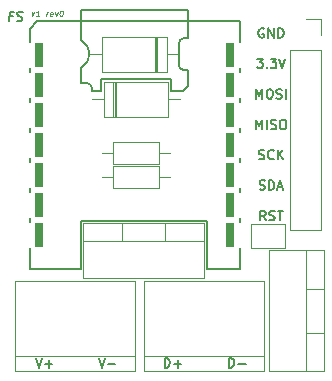
<source format=gbr>
%TF.GenerationSoftware,KiCad,Pcbnew,(6.0.7)*%
%TF.CreationDate,2023-04-07T13:33:32+02:00*%
%TF.ProjectId,RFID_PCB_Final,52464944-5f50-4434-925f-46696e616c2e,rev?*%
%TF.SameCoordinates,Original*%
%TF.FileFunction,Legend,Top*%
%TF.FilePolarity,Positive*%
%FSLAX46Y46*%
G04 Gerber Fmt 4.6, Leading zero omitted, Abs format (unit mm)*
G04 Created by KiCad (PCBNEW (6.0.7)) date 2023-04-07 13:33:32*
%MOMM*%
%LPD*%
G01*
G04 APERTURE LIST*
G04 Aperture macros list*
%AMRoundRect*
0 Rectangle with rounded corners*
0 $1 Rounding radius*
0 $2 $3 $4 $5 $6 $7 $8 $9 X,Y pos of 4 corners*
0 Add a 4 corners polygon primitive as box body*
4,1,4,$2,$3,$4,$5,$6,$7,$8,$9,$2,$3,0*
0 Add four circle primitives for the rounded corners*
1,1,$1+$1,$2,$3*
1,1,$1+$1,$4,$5*
1,1,$1+$1,$6,$7*
1,1,$1+$1,$8,$9*
0 Add four rect primitives between the rounded corners*
20,1,$1+$1,$2,$3,$4,$5,0*
20,1,$1+$1,$4,$5,$6,$7,0*
20,1,$1+$1,$6,$7,$8,$9,0*
20,1,$1+$1,$8,$9,$2,$3,0*%
G04 Aperture macros list end*
%ADD10C,0.150000*%
%ADD11C,0.125000*%
%ADD12C,0.120000*%
%ADD13C,0.127000*%
%ADD14R,3.000000X3.000000*%
%ADD15C,3.000000*%
%ADD16R,1.905000X2.000000*%
%ADD17O,1.905000X2.000000*%
%ADD18R,2.200000X2.200000*%
%ADD19O,2.200000X2.200000*%
%ADD20R,2.000000X1.905000*%
%ADD21O,2.000000X1.905000*%
%ADD22R,1.000000X1.500000*%
%ADD23C,1.400000*%
%ADD24O,1.400000X1.400000*%
%ADD25RoundRect,1.000000X-0.375000X0.000000X0.375000X0.000000X0.375000X0.000000X-0.375000X0.000000X0*%
%ADD26R,1.700000X1.700000*%
%ADD27O,1.700000X1.700000*%
G04 APERTURE END LIST*
D10*
X76544976Y-88080857D02*
X76278309Y-88080857D01*
X76225928Y-88499904D02*
X76325928Y-87699904D01*
X76706880Y-87699904D01*
X76878309Y-88461809D02*
X76987833Y-88499904D01*
X77178309Y-88499904D01*
X77259261Y-88461809D01*
X77302119Y-88423714D01*
X77349738Y-88347523D01*
X77359261Y-88271333D01*
X77330690Y-88195142D01*
X77297357Y-88157047D01*
X77225928Y-88118952D01*
X77078309Y-88080857D01*
X77006880Y-88042761D01*
X76973547Y-88004666D01*
X76944976Y-87928476D01*
X76954500Y-87852285D01*
X77002119Y-87776095D01*
X77044976Y-87738000D01*
X77125928Y-87699904D01*
X77316404Y-87699904D01*
X77425928Y-87738000D01*
X78486428Y-117036904D02*
X78753095Y-117836904D01*
X79019761Y-117036904D01*
X79286428Y-117532142D02*
X79895952Y-117532142D01*
X79591190Y-117836904D02*
X79591190Y-117227380D01*
X83819761Y-117036904D02*
X84086428Y-117836904D01*
X84353095Y-117036904D01*
X84619761Y-117532142D02*
X85229285Y-117532142D01*
X97815476Y-89154000D02*
X97739285Y-89115904D01*
X97625000Y-89115904D01*
X97510714Y-89154000D01*
X97434523Y-89230190D01*
X97396428Y-89306380D01*
X97358333Y-89458761D01*
X97358333Y-89573047D01*
X97396428Y-89725428D01*
X97434523Y-89801619D01*
X97510714Y-89877809D01*
X97625000Y-89915904D01*
X97701190Y-89915904D01*
X97815476Y-89877809D01*
X97853571Y-89839714D01*
X97853571Y-89573047D01*
X97701190Y-89573047D01*
X98196428Y-89915904D02*
X98196428Y-89115904D01*
X98653571Y-89915904D01*
X98653571Y-89115904D01*
X99034523Y-89915904D02*
X99034523Y-89115904D01*
X99225000Y-89115904D01*
X99339285Y-89154000D01*
X99415476Y-89230190D01*
X99453571Y-89306380D01*
X99491666Y-89458761D01*
X99491666Y-89573047D01*
X99453571Y-89725428D01*
X99415476Y-89801619D01*
X99339285Y-89877809D01*
X99225000Y-89915904D01*
X99034523Y-89915904D01*
X97244047Y-91691904D02*
X97739285Y-91691904D01*
X97472619Y-91996666D01*
X97586904Y-91996666D01*
X97663095Y-92034761D01*
X97701190Y-92072857D01*
X97739285Y-92149047D01*
X97739285Y-92339523D01*
X97701190Y-92415714D01*
X97663095Y-92453809D01*
X97586904Y-92491904D01*
X97358333Y-92491904D01*
X97282142Y-92453809D01*
X97244047Y-92415714D01*
X98082142Y-92415714D02*
X98120238Y-92453809D01*
X98082142Y-92491904D01*
X98044047Y-92453809D01*
X98082142Y-92415714D01*
X98082142Y-92491904D01*
X98386904Y-91691904D02*
X98882142Y-91691904D01*
X98615476Y-91996666D01*
X98729761Y-91996666D01*
X98805952Y-92034761D01*
X98844047Y-92072857D01*
X98882142Y-92149047D01*
X98882142Y-92339523D01*
X98844047Y-92415714D01*
X98805952Y-92453809D01*
X98729761Y-92491904D01*
X98501190Y-92491904D01*
X98425000Y-92453809D01*
X98386904Y-92415714D01*
X99110714Y-91691904D02*
X99377380Y-92491904D01*
X99644047Y-91691904D01*
X97167857Y-95067904D02*
X97167857Y-94267904D01*
X97434523Y-94839333D01*
X97701190Y-94267904D01*
X97701190Y-95067904D01*
X98234523Y-94267904D02*
X98386904Y-94267904D01*
X98463095Y-94306000D01*
X98539285Y-94382190D01*
X98577380Y-94534571D01*
X98577380Y-94801238D01*
X98539285Y-94953619D01*
X98463095Y-95029809D01*
X98386904Y-95067904D01*
X98234523Y-95067904D01*
X98158333Y-95029809D01*
X98082142Y-94953619D01*
X98044047Y-94801238D01*
X98044047Y-94534571D01*
X98082142Y-94382190D01*
X98158333Y-94306000D01*
X98234523Y-94267904D01*
X98882142Y-95029809D02*
X98996428Y-95067904D01*
X99186904Y-95067904D01*
X99263095Y-95029809D01*
X99301190Y-94991714D01*
X99339285Y-94915523D01*
X99339285Y-94839333D01*
X99301190Y-94763142D01*
X99263095Y-94725047D01*
X99186904Y-94686952D01*
X99034523Y-94648857D01*
X98958333Y-94610761D01*
X98920238Y-94572666D01*
X98882142Y-94496476D01*
X98882142Y-94420285D01*
X98920238Y-94344095D01*
X98958333Y-94306000D01*
X99034523Y-94267904D01*
X99225000Y-94267904D01*
X99339285Y-94306000D01*
X99682142Y-95067904D02*
X99682142Y-94267904D01*
X97167857Y-97643904D02*
X97167857Y-96843904D01*
X97434523Y-97415333D01*
X97701190Y-96843904D01*
X97701190Y-97643904D01*
X98082142Y-97643904D02*
X98082142Y-96843904D01*
X98425000Y-97605809D02*
X98539285Y-97643904D01*
X98729761Y-97643904D01*
X98805952Y-97605809D01*
X98844047Y-97567714D01*
X98882142Y-97491523D01*
X98882142Y-97415333D01*
X98844047Y-97339142D01*
X98805952Y-97301047D01*
X98729761Y-97262952D01*
X98577380Y-97224857D01*
X98501190Y-97186761D01*
X98463095Y-97148666D01*
X98425000Y-97072476D01*
X98425000Y-96996285D01*
X98463095Y-96920095D01*
X98501190Y-96882000D01*
X98577380Y-96843904D01*
X98767857Y-96843904D01*
X98882142Y-96882000D01*
X99377380Y-96843904D02*
X99529761Y-96843904D01*
X99605952Y-96882000D01*
X99682142Y-96958190D01*
X99720238Y-97110571D01*
X99720238Y-97377238D01*
X99682142Y-97529619D01*
X99605952Y-97605809D01*
X99529761Y-97643904D01*
X99377380Y-97643904D01*
X99301190Y-97605809D01*
X99225000Y-97529619D01*
X99186904Y-97377238D01*
X99186904Y-97110571D01*
X99225000Y-96958190D01*
X99301190Y-96882000D01*
X99377380Y-96843904D01*
X97396428Y-100181809D02*
X97510714Y-100219904D01*
X97701190Y-100219904D01*
X97777380Y-100181809D01*
X97815476Y-100143714D01*
X97853571Y-100067523D01*
X97853571Y-99991333D01*
X97815476Y-99915142D01*
X97777380Y-99877047D01*
X97701190Y-99838952D01*
X97548809Y-99800857D01*
X97472619Y-99762761D01*
X97434523Y-99724666D01*
X97396428Y-99648476D01*
X97396428Y-99572285D01*
X97434523Y-99496095D01*
X97472619Y-99458000D01*
X97548809Y-99419904D01*
X97739285Y-99419904D01*
X97853571Y-99458000D01*
X98653571Y-100143714D02*
X98615476Y-100181809D01*
X98501190Y-100219904D01*
X98425000Y-100219904D01*
X98310714Y-100181809D01*
X98234523Y-100105619D01*
X98196428Y-100029428D01*
X98158333Y-99877047D01*
X98158333Y-99762761D01*
X98196428Y-99610380D01*
X98234523Y-99534190D01*
X98310714Y-99458000D01*
X98425000Y-99419904D01*
X98501190Y-99419904D01*
X98615476Y-99458000D01*
X98653571Y-99496095D01*
X98996428Y-100219904D02*
X98996428Y-99419904D01*
X99453571Y-100219904D02*
X99110714Y-99762761D01*
X99453571Y-99419904D02*
X98996428Y-99877047D01*
X97453571Y-102757809D02*
X97567857Y-102795904D01*
X97758333Y-102795904D01*
X97834523Y-102757809D01*
X97872619Y-102719714D01*
X97910714Y-102643523D01*
X97910714Y-102567333D01*
X97872619Y-102491142D01*
X97834523Y-102453047D01*
X97758333Y-102414952D01*
X97605952Y-102376857D01*
X97529761Y-102338761D01*
X97491666Y-102300666D01*
X97453571Y-102224476D01*
X97453571Y-102148285D01*
X97491666Y-102072095D01*
X97529761Y-102034000D01*
X97605952Y-101995904D01*
X97796428Y-101995904D01*
X97910714Y-102034000D01*
X98253571Y-102795904D02*
X98253571Y-101995904D01*
X98444047Y-101995904D01*
X98558333Y-102034000D01*
X98634523Y-102110190D01*
X98672619Y-102186380D01*
X98710714Y-102338761D01*
X98710714Y-102453047D01*
X98672619Y-102605428D01*
X98634523Y-102681619D01*
X98558333Y-102757809D01*
X98444047Y-102795904D01*
X98253571Y-102795904D01*
X99015476Y-102567333D02*
X99396428Y-102567333D01*
X98939285Y-102795904D02*
X99205952Y-101995904D01*
X99472619Y-102795904D01*
X97986904Y-105371904D02*
X97720238Y-104990952D01*
X97529761Y-105371904D02*
X97529761Y-104571904D01*
X97834523Y-104571904D01*
X97910714Y-104610000D01*
X97948809Y-104648095D01*
X97986904Y-104724285D01*
X97986904Y-104838571D01*
X97948809Y-104914761D01*
X97910714Y-104952857D01*
X97834523Y-104990952D01*
X97529761Y-104990952D01*
X98291666Y-105333809D02*
X98405952Y-105371904D01*
X98596428Y-105371904D01*
X98672619Y-105333809D01*
X98710714Y-105295714D01*
X98748809Y-105219523D01*
X98748809Y-105143333D01*
X98710714Y-105067142D01*
X98672619Y-105029047D01*
X98596428Y-104990952D01*
X98444047Y-104952857D01*
X98367857Y-104914761D01*
X98329761Y-104876666D01*
X98291666Y-104800476D01*
X98291666Y-104724285D01*
X98329761Y-104648095D01*
X98367857Y-104610000D01*
X98444047Y-104571904D01*
X98634523Y-104571904D01*
X98748809Y-104610000D01*
X98977380Y-104571904D02*
X99434523Y-104571904D01*
X99205952Y-105371904D02*
X99205952Y-104571904D01*
D11*
X78151092Y-87776857D02*
X78228473Y-88110190D01*
X78389187Y-87776857D01*
X78799901Y-88110190D02*
X78514187Y-88110190D01*
X78657044Y-88110190D02*
X78719544Y-87610190D01*
X78662997Y-87681619D01*
X78609425Y-87729238D01*
X78558830Y-87753047D01*
X79395139Y-88110190D02*
X79436806Y-87776857D01*
X79424901Y-87872095D02*
X79454663Y-87824476D01*
X79481449Y-87800666D01*
X79532044Y-87776857D01*
X79579663Y-87776857D01*
X79898116Y-88086380D02*
X79847520Y-88110190D01*
X79752282Y-88110190D01*
X79707639Y-88086380D01*
X79689782Y-88038761D01*
X79713592Y-87848285D01*
X79743354Y-87800666D01*
X79793949Y-87776857D01*
X79889187Y-87776857D01*
X79933830Y-87800666D01*
X79951687Y-87848285D01*
X79945735Y-87895904D01*
X79701687Y-87943523D01*
X80127282Y-87776857D02*
X80204663Y-88110190D01*
X80365377Y-87776857D01*
X80671925Y-87610190D02*
X80719544Y-87610190D01*
X80764187Y-87634000D01*
X80785020Y-87657809D01*
X80802877Y-87705428D01*
X80814782Y-87800666D01*
X80799901Y-87919714D01*
X80764187Y-88014952D01*
X80734425Y-88062571D01*
X80707639Y-88086380D01*
X80657044Y-88110190D01*
X80609425Y-88110190D01*
X80564782Y-88086380D01*
X80543949Y-88062571D01*
X80526092Y-88014952D01*
X80514187Y-87919714D01*
X80529068Y-87800666D01*
X80564782Y-87705428D01*
X80594544Y-87657809D01*
X80621330Y-87634000D01*
X80671925Y-87610190D01*
D10*
X89408428Y-117836904D02*
X89408428Y-117036904D01*
X89598904Y-117036904D01*
X89713190Y-117075000D01*
X89789380Y-117151190D01*
X89827476Y-117227380D01*
X89865571Y-117379761D01*
X89865571Y-117494047D01*
X89827476Y-117646428D01*
X89789380Y-117722619D01*
X89713190Y-117798809D01*
X89598904Y-117836904D01*
X89408428Y-117836904D01*
X90208428Y-117532142D02*
X90817952Y-117532142D01*
X90513190Y-117836904D02*
X90513190Y-117227380D01*
X94856047Y-117836904D02*
X94856047Y-117036904D01*
X95046523Y-117036904D01*
X95160809Y-117075000D01*
X95237000Y-117151190D01*
X95275095Y-117227380D01*
X95313190Y-117379761D01*
X95313190Y-117494047D01*
X95275095Y-117646428D01*
X95237000Y-117722619D01*
X95160809Y-117798809D01*
X95046523Y-117836904D01*
X94856047Y-117836904D01*
X95656047Y-117532142D02*
X96265571Y-117532142D01*
D12*
%TO.C,J2*%
X97790000Y-110490000D02*
X87630000Y-110490000D01*
X97790000Y-118110000D02*
X97790000Y-110490000D01*
X87630000Y-118110000D02*
X97790000Y-118110000D01*
X87630000Y-110490000D02*
X87630000Y-118110000D01*
X97790000Y-116840000D02*
X87630000Y-116840000D01*
%TO.C,U2*%
X82510000Y-105625000D02*
X82510000Y-110266000D01*
X82510000Y-110266000D02*
X92750000Y-110266000D01*
X82510000Y-107135000D02*
X92750000Y-107135000D01*
X89481000Y-105625000D02*
X89481000Y-107135000D01*
X85780000Y-105625000D02*
X85780000Y-107135000D01*
X92750000Y-105625000D02*
X92750000Y-110266000D01*
X82510000Y-105625000D02*
X92750000Y-105625000D01*
%TO.C,D1*%
X84148000Y-92783000D02*
X89588000Y-92783000D01*
X88688000Y-92783000D02*
X88688000Y-89843000D01*
X88808000Y-92783000D02*
X88808000Y-89843000D01*
X90608000Y-91313000D02*
X89588000Y-91313000D01*
X83128000Y-91313000D02*
X84148000Y-91313000D01*
X84148000Y-89843000D02*
X84148000Y-92783000D01*
X89588000Y-92783000D02*
X89588000Y-89843000D01*
X88568000Y-92783000D02*
X88568000Y-89843000D01*
X89588000Y-89843000D02*
X84148000Y-89843000D01*
%TO.C,Q1*%
X102909000Y-114881000D02*
X101399000Y-114881000D01*
X102909000Y-107910000D02*
X98268000Y-107910000D01*
X102909000Y-111180000D02*
X101399000Y-111180000D01*
X98268000Y-107910000D02*
X98268000Y-118150000D01*
X102909000Y-118150000D02*
X98268000Y-118150000D01*
X101399000Y-107910000D02*
X101399000Y-118150000D01*
X102909000Y-107910000D02*
X102909000Y-118150000D01*
%TO.C,J1*%
X86868000Y-118110000D02*
X86868000Y-110490000D01*
X76708000Y-118110000D02*
X86868000Y-118110000D01*
X86868000Y-116840000D02*
X76708000Y-116840000D01*
X76708000Y-110490000D02*
X76708000Y-118110000D01*
X86868000Y-110490000D02*
X76708000Y-110490000D01*
%TO.C,JP1*%
X96771000Y-105680000D02*
X99571000Y-105680000D01*
X96771000Y-107680000D02*
X96771000Y-105680000D01*
X99571000Y-105680000D02*
X99571000Y-107680000D01*
X99571000Y-107680000D02*
X96771000Y-107680000D01*
%TO.C,R1*%
X84125000Y-99695000D02*
X85075000Y-99695000D01*
X88915000Y-100615000D02*
X88915000Y-98775000D01*
X85075000Y-98775000D02*
X85075000Y-100615000D01*
X85075000Y-100615000D02*
X88915000Y-100615000D01*
X88915000Y-98775000D02*
X85075000Y-98775000D01*
X89865000Y-99695000D02*
X88915000Y-99695000D01*
%TO.C,D2*%
X84275000Y-93653000D02*
X84275000Y-96593000D01*
X85175000Y-93653000D02*
X85175000Y-96593000D01*
X84275000Y-96593000D02*
X89715000Y-96593000D01*
X90735000Y-95123000D02*
X89715000Y-95123000D01*
X85295000Y-93653000D02*
X85295000Y-96593000D01*
X85055000Y-93653000D02*
X85055000Y-96593000D01*
X83255000Y-95123000D02*
X84275000Y-95123000D01*
X89715000Y-93653000D02*
X84275000Y-93653000D01*
X89715000Y-96593000D02*
X89715000Y-93653000D01*
D13*
%TO.C,U1*%
X82296000Y-105410000D02*
X92964000Y-105410000D01*
X82296000Y-109474000D02*
X82296000Y-105410000D01*
X95778000Y-88474000D02*
X78649541Y-88474000D01*
X89947200Y-93400000D02*
X89947200Y-94416000D01*
X77978000Y-100067500D02*
X77978000Y-100448500D01*
X77978000Y-105147500D02*
X77978000Y-105528500D01*
X82296000Y-109474000D02*
X77978000Y-109474000D01*
X95758000Y-109474000D02*
X92964000Y-109474000D01*
X90633000Y-90352000D02*
X90633000Y-92257000D01*
X89947200Y-94416000D02*
X91014001Y-94416000D01*
X77978000Y-102607500D02*
X77978000Y-102988500D01*
X91395000Y-89971000D02*
X91014000Y-89971000D01*
X83267000Y-94162000D02*
X83267000Y-94416000D01*
X91395000Y-89971000D02*
X91395000Y-87558000D01*
X77978000Y-107687500D02*
X77978000Y-109474000D01*
X91395000Y-92638000D02*
X91014000Y-92638000D01*
X95758000Y-92447500D02*
X95758000Y-92828500D01*
X95758000Y-100067500D02*
X95758000Y-100448500D01*
X95758000Y-97527500D02*
X95758000Y-97908500D01*
X95758000Y-107687500D02*
X95758000Y-109474000D01*
X91395000Y-92638000D02*
X91395000Y-94035000D01*
X82378000Y-87558000D02*
X82378000Y-90148800D01*
X78649541Y-88474000D02*
X77978000Y-89145500D01*
X95758000Y-102607500D02*
X95758000Y-102988500D01*
X77978000Y-89145500D02*
X77978000Y-90288500D01*
X82378000Y-87558000D02*
X91395000Y-87558000D01*
X77978000Y-94987500D02*
X77978000Y-95368500D01*
X95758000Y-94987500D02*
X95758000Y-95368500D01*
X82378000Y-92434800D02*
X82378000Y-93750185D01*
X84054400Y-94416000D02*
X84054400Y-93400000D01*
X84054400Y-94416000D02*
X83267000Y-94416000D01*
X77978000Y-92447500D02*
X77978000Y-92828500D01*
X95758000Y-105147500D02*
X95758000Y-105528500D01*
X84054400Y-93400000D02*
X89947200Y-93400000D01*
X77978000Y-97527500D02*
X77978000Y-97908500D01*
X82378000Y-93781000D02*
X82886000Y-93781000D01*
X92964000Y-105410000D02*
X92964000Y-109474000D01*
X95778000Y-88474000D02*
X95778000Y-90252000D01*
X83267000Y-94162000D02*
G75*
G03*
X82886000Y-93781000I-381000J0D01*
G01*
X91395000Y-94035001D02*
G75*
G03*
X91014001Y-94416000I634700J-1015699D01*
G01*
X91014000Y-89971000D02*
G75*
G03*
X90633000Y-90352000I0J-381000D01*
G01*
X82378000Y-92434800D02*
G75*
G03*
X82378000Y-90148800I-634880J1143000D01*
G01*
X90633000Y-92257000D02*
G75*
G03*
X91014000Y-92638000I381000J0D01*
G01*
D12*
%TO.C,R2*%
X85075000Y-102647000D02*
X88915000Y-102647000D01*
X89865000Y-101727000D02*
X88915000Y-101727000D01*
X84125000Y-101727000D02*
X85075000Y-101727000D01*
X88915000Y-102647000D02*
X88915000Y-100807000D01*
X85075000Y-100807000D02*
X85075000Y-102647000D01*
X88915000Y-100807000D02*
X85075000Y-100807000D01*
%TO.C,J9*%
X102676000Y-88332000D02*
X102676000Y-89662000D01*
X100016000Y-90932000D02*
X102676000Y-90932000D01*
X102676000Y-90932000D02*
X102676000Y-106232000D01*
X100016000Y-106232000D02*
X102676000Y-106232000D01*
X101346000Y-88332000D02*
X102676000Y-88332000D01*
X100016000Y-90932000D02*
X100016000Y-106232000D01*
%TD*%
%LPC*%
D14*
%TO.C,J2*%
X90170000Y-114300000D03*
D15*
X95250000Y-114300000D03*
%TD*%
D16*
%TO.C,U2*%
X85090000Y-108895000D03*
D17*
X87630000Y-108895000D03*
X90170000Y-108895000D03*
%TD*%
D18*
%TO.C,D1*%
X91948000Y-91313000D03*
D19*
X81788000Y-91313000D03*
%TD*%
D20*
%TO.C,Q1*%
X99639000Y-110490000D03*
D21*
X99639000Y-113030000D03*
X99639000Y-115570000D03*
%TD*%
D14*
%TO.C,J1*%
X79248000Y-114300000D03*
D15*
X84328000Y-114300000D03*
%TD*%
D22*
%TO.C,JP1*%
X97521000Y-106680000D03*
X98821000Y-106680000D03*
%TD*%
D23*
%TO.C,R1*%
X83185000Y-99695000D03*
D24*
X90805000Y-99695000D03*
%TD*%
D18*
%TO.C,D2*%
X81915000Y-95123000D03*
D19*
X92075000Y-95123000D03*
%TD*%
D25*
%TO.C,U1*%
X78813000Y-91354000D03*
X78813000Y-93894000D03*
X78813000Y-96434000D03*
X78813000Y-98974000D03*
X78813000Y-101514000D03*
X78813000Y-104054000D03*
X78813000Y-106594000D03*
X94978000Y-106594000D03*
X94978000Y-104054000D03*
X94978000Y-101514000D03*
X94978000Y-98974000D03*
X94978000Y-96434000D03*
X94978000Y-93894000D03*
X94978000Y-91354000D03*
%TD*%
D23*
%TO.C,R2*%
X83185000Y-101727000D03*
D24*
X90805000Y-101727000D03*
%TD*%
D26*
%TO.C,J9*%
X101346000Y-89662000D03*
D27*
X101346000Y-92202000D03*
X101346000Y-94742000D03*
X101346000Y-97282000D03*
X101346000Y-99822000D03*
X101346000Y-102362000D03*
X101346000Y-104902000D03*
%TD*%
M02*

</source>
